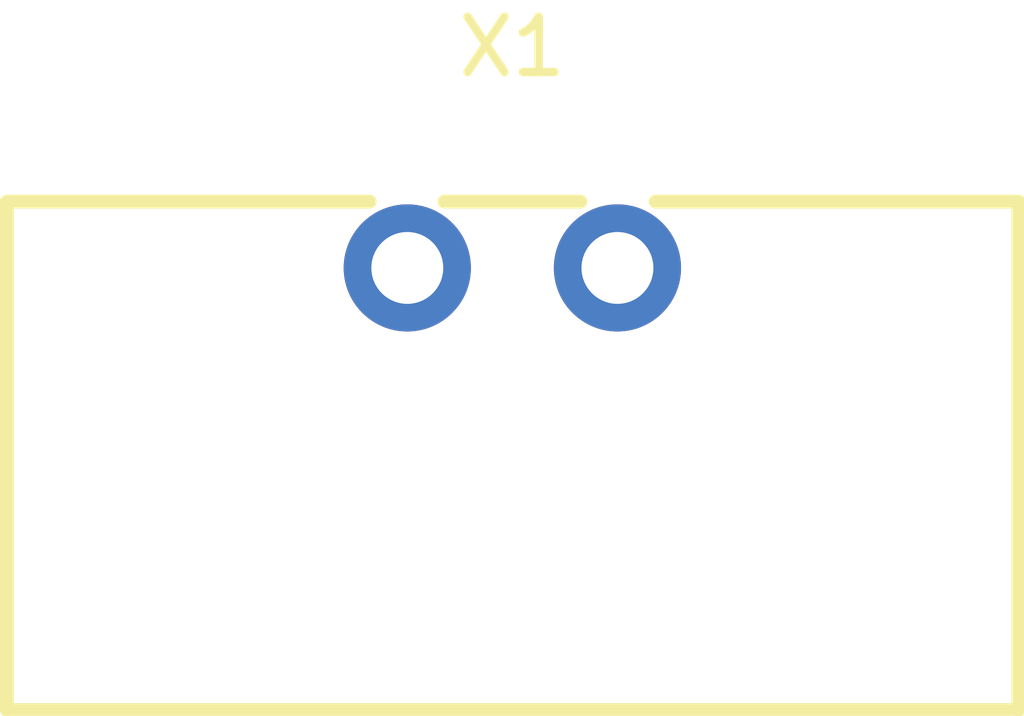
<source format=kicad_pcb>
(kicad_pcb (version 20241229) (generator "atopile") (generator_version "0.5.0")
  (layers (0 "F.Cu" signal) (31 "B.Cu" signal) (34 "B.Paste" user) (35 "F.Paste" user) (36 "B.SilkS" user "B.Silkscreen") (37 "F.SilkS" user "F.Silkscreen") (38 "B.Mask" user) (39 "F.Mask" user) (44 "Edge.Cuts" user))
  (net 0 "")
  (net 1 "net")
  (net 2 "net-1")
  (footprint "atopile:CONN-TH_DB2ERM-3.81-2P-GN-5cd3dd" (layer "F.Cu") (at 0 0 0)
    (property "Reference" "X1" (at 0 -4 0) (layer "F.SilkS") (hide no))
    (property "Value" "")
    (fp_line (start 2.59 -1.2) (end 9.15 -1.2) (stroke (width 0.25)) (layer "F.SilkS"))
    (fp_line (start -1.23 -1.2) (end 1.23 -1.2) (stroke (width 0.25)) (layer "F.SilkS"))
    (fp_line (start -9.14 -1.2) (end -2.58 -1.2) (stroke (width 0.25)) (layer "F.SilkS"))
    (fp_line (start -9.14 -1.2) (end -9.14 8) (stroke (width 0.25)) (layer "F.SilkS"))
    (fp_line (start -9.14 8) (end 9.15 8) (stroke (width 0.25)) (layer "F.SilkS"))
    (fp_line (start 9.15 8) (end 9.15 -1.2) (stroke (width 0.25)) (layer "F.SilkS"))
    (fp_text user "${REFERENCE}" (at 0 -4 0) (layer "F.SilkS"))
    (pad "1" thru_hole circle (at -1.9 0 0) (size 2.3 2.3) (drill 1.3000228) (layers "*.Cu" "*.Mask") (net 1 "net"))
    (pad "2" thru_hole circle (at 1.9 0 0) (size 2.3 2.3) (drill 1.3000228) (layers "*.Cu" "*.Mask") (net 2 "net-1"))
  )
)
</source>
